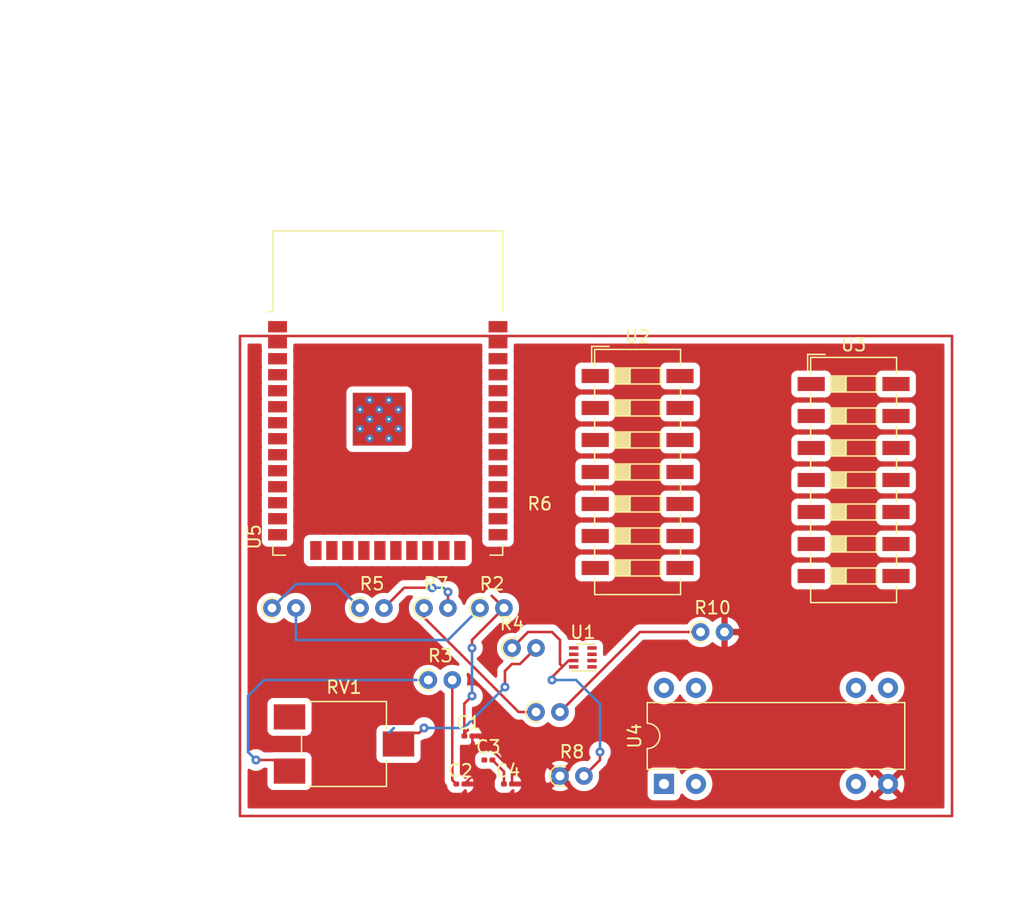
<source format=kicad_pcb>
(kicad_pcb (version 20221018) (generator pcbnew)
  (layers (0 "F.Cu" signal) (31 "B.Cu" signal) (34 "B.Paste" user) (35 "F.Paste" user) (36 "B.SilkS" user "B.Silkscreen") (37 "F.SilkS" user "F.Silkscreen") (38 "B.Mask" user) (39 "F.Mask" user) (44 "Edge.Cuts" user))
  (net 0 "")
  (net 1 "Net-(AE1-A)")
  (net 2 "GND")
  (net 3 "Net-(C2-Pad1)")
  (net 4 "Net-(C3-Pad1)")
  (net 5 "Net-(C3-Pad2)")
  (net 6 "Net-(R1-Pad1)")
  (net 7 "Net-(R1-Pad2)")
  (net 8 "Net-(R3-Pad1)")
  (net 9 "Net-(U1A-+)")
  (net 10 "Net-(U3-K=CD)")
  (net 11 "Net-(U1A--)")
  (net 12 "Net-(R6-Pad1)")
  (net 40 "+5V")
  (net 41 "Net-(U5-GND-Pad1)")
  (net 43 "Net-(U5-EN)")
  (net 44 "Net-(U5-IO0)")
  (net 45 "Net-(U5-SCK{slash}CLK)")
  (footprint "Capacitor_SMD:C_0201_0603Metric" (layer "F.Cu") (at 80.355 173.99)
    (fp_text reference "C2" (at 0 -1.05) (layer "F.SilkS"))
    (fp_text value "100pF")
    (pad "1" smd roundrect (at -0.32 0) (size 0.46 0.4) (layers "F.Cu" "F.Mask") (net 3 "Net-(C2-Pad1)"))
    (pad "2" smd roundrect (at 0.32 0) (size 0.46 0.4) (layers "F.Cu" "F.Mask") (net 2 "GND"))
  )
  (footprint "Resistor_THT:R_Axial_DIN0204_L3.6mm_D1.6mm_P1.90mm_Vertical" (layer "F.Cu") (at 86.36 168.275)
    (fp_text reference "R6" (at 0.295 -16.525) (layer "F.SilkS"))
    (fp_text value "6.8k")
    (pad "1" thru_hole circle (at 0 0) (size 1.4 1.4) (drill 0.7) (layers "*.Cu" "*.Mask") (net 12 "Net-(R6-Pad1)"))
    (pad "2" thru_hole oval (at 1.9 0) (size 1.4 1.4) (drill 0.7) (layers "*.Cu" "*.Mask") (net 5 "Net-(C3-Pad2)"))
  )
  (footprint "Potentiometer_SMD:Potentiometer_ACP_CA6-VSMD_Vertical" (layer "F.Cu") (at 71.12 170.815)
    (fp_text reference "RV1" (at 0 -4.5) (layer "F.SilkS"))
    (fp_text value "10k")
    (pad "1" smd rect (at -4.325 2.15) (size 2.5 2) (layers "F.Cu" "F.Paste" "F.Mask") (net 8 "Net-(R3-Pad1)"))
    (pad "2" smd rect (at 4.325 0) (size 2.5 2) (layers "F.Cu" "F.Paste" "F.Mask") (net 10 "Net-(U3-K=CD)"))
    (pad "3" smd rect (at -4.325 -2.15) (size 2.5 2) (layers "F.Cu" "F.Paste" "F.Mask") (net 10 "Net-(U3-K=CD)"))
  )
  (footprint "Capacitor_SMD:C_0201_0603Metric" (layer "F.Cu") (at 80.99 170.18)
    (fp_text reference "C1" (at 0 -1.05) (layer "F.SilkS"))
    (fp_text value "100pF")
    (pad "1" smd roundrect (at -0.32 0) (size 0.46 0.4) (layers "F.Cu" "F.Mask") (net 1 "Net-(AE1-A)"))
    (pad "2" smd roundrect (at 0.32 0) (size 0.46 0.4) (layers "F.Cu" "F.Mask") (net 2 "GND"))
  )
  (footprint "Resistor_THT:R_Axial_DIN0204_L3.6mm_D1.6mm_P1.90mm_Vertical" (layer "F.Cu") (at 88.265 173.355)
    (fp_text reference "R8" (at 0.95 -1.92) (layer "F.SilkS"))
    (fp_text value "10k")
    (pad "1" thru_hole circle (at 0 0) (size 1.4 1.4) (drill 0.7) (layers "*.Cu" "*.Mask") (net 2 "GND"))
    (pad "2" thru_hole oval (at 1.9 0) (size 1.4 1.4) (drill 0.7) (layers "*.Cu" "*.Mask") (net 9 "Net-(U1A-+)"))
  )
  (footprint "Package_DIP:DIP-8-16_W7.62mm" (layer "F.Cu") (at 96.52 173.985 90)
    (fp_text reference "U4" (at 3.81 -2.33 90) (layer "F.SilkS"))
    (fp_text value "Opamp_Dual")
    (pad "1" thru_hole rect (at 0 0 90) (size 1.6 1.6) (drill 0.8) (layers "*.Cu" "*.Mask"))
    (pad "2" thru_hole circle (at 0 2.54 90) (size 1.6 1.6) (drill 0.8) (layers "*.Cu" "*.Mask"))
    (pad "3" thru_hole circle (at 0 15.24 90) (size 1.6 1.6) (drill 0.8) (layers "*.Cu" "*.Mask"))
    (pad "4" thru_hole circle (at 0 17.78 90) (size 1.6 1.6) (drill 0.8) (layers "*.Cu" "*.Mask") (net 2 "GND"))
    (pad "5" thru_hole circle (at 7.62 17.78 90) (size 1.6 1.6) (drill 0.8) (layers "*.Cu" "*.Mask"))
    (pad "6" thru_hole circle (at 7.62 15.24 90) (size 1.6 1.6) (drill 0.8) (layers "*.Cu" "*.Mask"))
    (pad "7" thru_hole circle (at 7.62 2.54 90) (size 1.6 1.6) (drill 0.8) (layers "*.Cu" "*.Mask"))
    (pad "8" thru_hole circle (at 7.62 0 90) (size 1.6 1.6) (drill 0.8) (layers "*.Cu" "*.Mask") (net 40 "+5V"))
  )
  (footprint "Resistor_THT:R_Axial_DIN0204_L3.6mm_D1.6mm_P1.90mm_Vertical" (layer "F.Cu") (at 99.425 161.925)
    (fp_text reference "R10" (at 0.95 -1.92) (layer "F.SilkS"))
    (fp_text value "R_Trim")
    (pad "1" thru_hole circle (at 0 0) (size 1.4 1.4) (drill 0.7) (layers "*.Cu" "*.Mask") (net 5 "Net-(C3-Pad2)"))
    (pad "2" thru_hole oval (at 1.9 0) (size 1.4 1.4) (drill 0.7) (layers "*.Cu" "*.Mask") (net 2 "GND"))
  )
  (footprint "Button_Switch_SMD:SW_DIP_SPSTx07_Slide_6.7x19.34mm_W6.73mm_P2.54mm_LowProfile_JPin" (layer "F.Cu") (at 111.57 149.86)
    (fp_text reference "U3" (at 0 -10.73) (layer "F.SilkS"))
    (fp_text value "~")
    (pad "1" smd rect (at -3.365 -7.62) (size 2.16 1.12) (layers "F.Cu" "F.Paste" "F.Mask"))
    (pad "2" smd rect (at -3.365 -5.08) (size 2.16 1.12) (layers "F.Cu" "F.Paste" "F.Mask"))
    (pad "3" smd rect (at -3.365 -2.54) (size 2.16 1.12) (layers "F.Cu" "F.Paste" "F.Mask"))
    (pad "4" smd rect (at -3.365 0) (size 2.16 1.12) (layers "F.Cu" "F.Paste" "F.Mask") (net 10 "Net-(U3-K=CD)"))
    (pad "5" smd rect (at -3.365 2.54) (size 2.16 1.12) (layers "F.Cu" "F.Paste" "F.Mask"))
    (pad "6" smd rect (at -3.365 5.08) (size 2.16 1.12) (layers "F.Cu" "F.Paste" "F.Mask"))
    (pad "7" smd rect (at -3.365 7.62) (size 2.16 1.12) (layers "F.Cu" "F.Paste" "F.Mask"))
    (pad "8" smd rect (at 3.365 7.62) (size 2.16 1.12) (layers "F.Cu" "F.Paste" "F.Mask"))
    (pad "9" smd rect (at 3.365 5.08) (size 2.16 1.12) (layers "F.Cu" "F.Paste" "F.Mask"))
    (pad "10" smd rect (at 3.365 2.54) (size 2.16 1.12) (layers "F.Cu" "F.Paste" "F.Mask"))
    (pad "11" smd rect (at 3.365 0) (size 2.16 1.12) (layers "F.Cu" "F.Paste" "F.Mask"))
    (pad "12" smd rect (at 3.365 -2.54) (size 2.16 1.12) (layers "F.Cu" "F.Paste" "F.Mask"))
    (pad "13" smd rect (at 3.365 -5.08) (size 2.16 1.12) (layers "F.Cu" "F.Paste" "F.Mask"))
    (pad "14" smd rect (at 3.365 -7.62) (size 2.16 1.12) (layers "F.Cu" "F.Paste" "F.Mask"))
  )
  (footprint "Capacitor_SMD:C_0201_0603Metric" (layer "F.Cu") (at 84.135 173.99)
    (fp_text reference "C4" (at 0 -1.05) (layer "F.SilkS"))
    (fp_text value "C")
    (pad "1" smd roundrect (at -0.32 0) (size 0.46 0.4) (layers "F.Cu" "F.Mask") (net 5 "Net-(C3-Pad2)"))
    (pad "2" smd roundrect (at 0.32 0) (size 0.46 0.4) (layers "F.Cu" "F.Mask") (net 2 "GND"))
  )
  (footprint "Capacitor_SMD:C_0201_0603Metric" (layer "F.Cu") (at 82.575 172.085)
    (fp_text reference "C3" (at 0 -1.05) (layer "F.SilkS"))
    (fp_text value "4.7uF")
    (pad "1" smd roundrect (at -0.32 0) (size 0.46 0.4) (layers "F.Cu" "F.Mask") (net 4 "Net-(C3-Pad1)"))
    (pad "2" smd roundrect (at 0.32 0) (size 0.46 0.4) (layers "F.Cu" "F.Mask") (net 5 "Net-(C3-Pad2)"))
  )
  (footprint "Package_CSP:LFCSP-8_2x2mm_P0.5mm" (layer "F.Cu") (at 90.08 163.945)
    (fp_text reference "U1" (at 0 -2) (layer "F.SilkS"))
    (fp_text value "MCP602")
    (pad "1" smd rect (at -0.725 -0.75) (size 0.75 0.28) (layers "F.Cu" "F.Paste" "F.Mask") (net 12 "Net-(R6-Pad1)"))
    (pad "2" smd rect (at -0.725 -0.25) (size 0.75 0.28) (layers "F.Cu" "F.Paste" "F.Mask") (net 11 "Net-(U1A--)"))
    (pad "3" smd rect (at -0.725 0.25) (size 0.75 0.28) (layers "F.Cu" "F.Paste" "F.Mask") (net 9 "Net-(U1A-+)"))
    (pad "4" smd rect (at -0.725 0.75) (size 0.75 0.28) (layers "F.Cu" "F.Paste" "F.Mask"))
    (pad "5" smd rect (at 0.725 0.75) (size 0.75 0.28) (layers "F.Cu" "F.Paste" "F.Mask"))
    (pad "6" smd rect (at 0.725 0.25) (size 0.75 0.28) (layers "F.Cu" "F.Paste" "F.Mask"))
    (pad "7" smd rect (at 0.725 -0.25) (size 0.75 0.28) (layers "F.Cu" "F.Paste" "F.Mask"))
    (pad "8" smd rect (at 0.725 -0.75) (size 0.75 0.28) (layers "F.Cu" "F.Paste" "F.Mask"))
  )
  (footprint "RF_Module:ESP32-WROOM-32" (layer "F.Cu") (at 74.595 145.945)
    (fp_text reference "U5" (at -10.61 8.43 90) (layer "F.SilkS"))
    (fp_text value "ESP32-WROOM-32")
    (pad "1" smd rect (at -8.75 -8.25) (size 1.5 0.9) (layers "F.Cu" "F.Paste" "F.Mask") (net 41 "Net-(U5-GND-Pad1)"))
    (pad "2" smd rect (at -8.75 -6.98) (size 1.5 0.9) (layers "F.Cu" "F.Paste" "F.Mask"))
    (pad "3" smd rect (at -8.75 -5.71) (size 1.5 0.9) (layers "F.Cu" "F.Paste" "F.Mask") (net 43 "Net-(U5-EN)"))
    (pad "4" smd rect (at -8.75 -4.44) (size 1.5 0.9) (layers "F.Cu" "F.Paste" "F.Mask") (net 43 "Net-(U5-EN)"))
    (pad "5" smd rect (at -8.75 -3.17) (size 1.5 0.9) (layers "F.Cu" "F.Paste" "F.Mask") (net 43 "Net-(U5-EN)"))
    (pad "6" smd rect (at -8.75 -1.9) (size 1.5 0.9) (layers "F.Cu" "F.Paste" "F.Mask") (net 44 "Net-(U5-IO0)"))
    (pad "7" smd rect (at -8.75 -0.63) (size 1.5 0.9) (layers "F.Cu" "F.Paste" "F.Mask") (net 44 "Net-(U5-IO0)"))
    (pad "8" smd rect (at -8.75 0.64) (size 1.5 0.9) (layers "F.Cu" "F.Paste" "F.Mask") (net 44 "Net-(U5-IO0)"))
    (pad "9" smd rect (at -8.75 1.91) (size 1.5 0.9) (layers "F.Cu" "F.Paste" "F.Mask") (net 44 "Net-(U5-IO0)"))
    (pad "10" smd rect (at -8.75 3.18) (size 1.5 0.9) (layers "F.Cu" "F.Paste" "F.Mask") (net 44 "Net-(U5-IO0)"))
    (pad "11" smd rect (at -8.75 4.45) (size 1.5 0.9) (layers "F.Cu" "F.Paste" "F.Mask") (net 44 "Net-(U5-IO0)"))
    (pad "12" smd rect (at -8.75 5.72) (size 1.5 0.9) (layers "F.Cu" "F.Paste" "F.Mask") (net 44 "Net-(U5-IO0)"))
    (pad "13" smd rect (at -8.75 6.99) (size 1.5 0.9) (layers "F.Cu" "F.Paste" "F.Mask") (net 44 "Net-(U5-IO0)"))
    (pad "14" smd rect (at -8.75 8.26) (size 1.5 0.9) (layers "F.Cu" "F.Paste" "F.Mask") (net 44 "Net-(U5-IO0)"))
    (pad "15" smd rect (at -5.71 9.51 90) (size 1.5 0.9) (layers "F.Cu" "F.Paste" "F.Mask") (net 41 "Net-(U5-GND-Pad1)"))
    (pad "16" smd rect (at -4.44 9.51 90) (size 1.5 0.9) (layers "F.Cu" "F.Paste" "F.Mask") (net 44 "Net-(U5-IO0)"))
    (pad "17" smd rect (at -3.17 9.51 90) (size 1.5 0.9) (layers "F.Cu" "F.Paste" "F.Mask") (net 45 "Net-(U5-SCK{slash}CLK)"))
    (pad "18" smd rect (at -1.9 9.51 90) (size 1.5 0.9) (layers "F.Cu" "F.Paste" "F.Mask") (net 45 "Net-(U5-SCK{slash}CLK)"))
    (pad "19" smd rect (at -0.63 9.51 90) (size 1.5 0.9) (layers "F.Cu" "F.Paste" "F.Mask") (net 45 "Net-(U5-SCK{slash}CLK)"))
    (pad "20" smd rect (at 0.64 9.51 90) (size 1.5 0.9) (layers "F.Cu" "F.Paste" "F.Mask") (net 45 "Net-(U5-SCK{slash}CLK)"))
    (pad "21" smd rect (at 1.91 9.51 90) (size 1.5 0.9) (layers "F.Cu" "F.Paste" "F.Mask") (net 45 "Net-(U5-SCK{slash}CLK)"))
    (pad "22" smd rect (at 3.18 9.51 90) (size 1.5 0.9) (layers "F.Cu" "F.Paste" "F.Mask") (net 45 "Net-(U5-SCK{slash}CLK)"))
    (pad "23" smd rect (at 4.45 9.51 90) (size 1.5 0.9) (layers "F.Cu" "F.Paste" "F.Mask") (net 44 "Net-(U5-IO0)"))
    (pad "24" smd rect (at 5.72 9.51 90) (size 1.5 0.9) (layers "F.Cu" "F.Paste" "F.Mask") (net 44 "Net-(U5-IO0)"))
    (pad "25" smd rect (at 8.75 8.26) (size 1.5 0.9) (layers "F.Cu" "F.Paste" "F.Mask") (net 44 "Net-(U5-IO0)"))
    (pad "26" smd rect (at 8.75 6.99) (size 1.5 0.9) (layers "F.Cu" "F.Paste" "F.Mask") (net 44 "Net-(U5-IO0)"))
    (pad "27" smd rect (at 8.75 5.72) (size 1.5 0.9) (layers "F.Cu" "F.Paste" "F.Mask") (net 44 "Net-(U5-IO0)"))
    (pad "28" smd rect (at 8.75 4.45) (size 1.5 0.9) (layers "F.Cu" "F.Paste" "F.Mask") (net 44 "Net-(U5-IO0)"))
    (pad "29" smd rect (at 8.75 3.18) (size 1.5 0.9) (layers "F.Cu" "F.Paste" "F.Mask") (net 44 "Net-(U5-IO0)"))
    (pad "30" smd rect (at 8.75 1.91) (size 1.5 0.9) (layers "F.Cu" "F.Paste" "F.Mask") (net 44 "Net-(U5-IO0)"))
    (pad "31" smd rect (at 8.75 0.64) (size 1.5 0.9) (layers "F.Cu" "F.Paste" "F.Mask") (net 44 "Net-(U5-IO0)"))
    (pad "32" smd rect (at 8.75 -0.63) (size 1.5 0.9) (layers "F.Cu" "F.Paste" "F.Mask"))
    (pad "33" smd rect (at 8.75 -1.9) (size 1.5 0.9) (layers "F.Cu" "F.Paste" "F.Mask") (net 44 "Net-(U5-IO0)"))
    (pad "34" smd rect (at 8.75 -3.17) (size 1.5 0.9) (layers "F.Cu" "F.Paste" "F.Mask") (net 44 "Net-(U5-IO0)"))
    (pad "35" smd rect (at 8.75 -4.44) (size 1.5 0.9) (layers "F.Cu" "F.Paste" "F.Mask") (net 44 "Net-(U5-IO0)"))
    (pad "36" smd rect (at 8.75 -5.71) (size 1.5 0.9) (layers "F.Cu" "F.Paste" "F.Mask") (net 44 "Net-(U5-IO0)"))
    (pad "37" smd rect (at 8.75 -6.98) (size 1.5 0.9) (layers "F.Cu" "F.Paste" "F.Mask") (net 44 "Net-(U5-IO0)"))
    (pad "38" smd rect (at 8.75 -8.25) (size 1.5 0.9) (layers "F.Cu" "F.Paste" "F.Mask") (net 41 "Net-(U5-GND-Pad1)"))
    (pad "39" smd rect (at -2.205 -2.435) (size 1.05 1.05) (layers "F.Cu" "F.Paste") (net 41 "Net-(U5-GND-Pad1)"))
    (pad "39" thru_hole circle (at -2.205 -1.6725) (size 0.6 0.6) (drill 0.2) (property pad_prop_heatsink) (layers "*.Cu" "F.Mask") (net 41 "Net-(U5-GND-Pad1)"))
    (pad "39" smd rect (at -2.205 -0.91) (size 1.05 1.05) (layers "F.Cu" "F.Paste") (net 41 "Net-(U5-GND-Pad1)"))
    (pad "39" thru_hole circle (at -2.205 -0.1475) (size 0.6 0.6) (drill 0.2) (property pad_prop_heatsink) (layers "*.Cu" "F.Mask") (net 41 "Net-(U5-GND-Pad1)"))
    (pad "39" smd rect (at -2.205 0.615) (size 1.05 1.05) (layers "F.Cu" "F.Paste") (net 41 "Net-(U5-GND-Pad1)"))
    (pad "39" thru_hole circle (at -1.4425 -2.435) (size 0.6 0.6) (drill 0.2) (property pad_prop_heatsink) (layers "*.Cu" "F.Mask") (net 41 "Net-(U5-GND-Pad1)"))
    (pad "39" thru_hole circle (at -1.4425 -0.91) (size 0.6 0.6) (drill 0.2) (property pad_prop_heatsink) (layers "*.Cu" "F.Mask") (net 41 "Net-(U5-GND-Pad1)"))
    (pad "39" thru_hole circle (at -1.4425 0.615) (size 0.6 0.6) (drill 0.2) (property pad_prop_heatsink) (layers "*.Cu" "F.Mask") (net 41 "Net-(U5-GND-Pad1)"))
    (pad "39" smd rect (at -0.68 -2.435) (size 1.05 1.05) (layers "F.Cu" "F.Paste") (net 41 "Net-(U5-GND-Pad1)"))
    (pad "39" thru_hole circle (at -0.68 -1.6725) (size 0.6 0.6) (drill 0.2) (property pad_prop_heatsink) (layers "*.Cu" "F.Mask") (net 41 "Net-(U5-GND-Pad1)"))
    (pad "39" smd rect (at -0.68 -0.91) (size 1.05 1.05) (layers "F.Cu" "F.Paste") (net 41 "Net-(U5-GND-Pad1)"))
    (pad "39" smd rect (at -0.68 -0.91) (size 4.2 4.2) (layers "F.Cu" "F.Mask") (net 41 "Net-(U5-GND-Pad1)"))
    (pad "39" thru_hole circle (at -0.68 -0.1475) (size 0.6 0.6) (drill 0.2) (property pad_prop_heatsink) (layers "*.Cu" "F.Mask") (net 41 "Net-(U5-GND-Pad1)"))
    (pad "39" smd rect (at -0.68 0.615) (size 1.05 1.05) (layers "F.Cu" "F.Paste") (net 41 "Net-(U5-GND-Pad1)"))
    (pad "39" thru_hole circle (at 0.0825 -2.435) (size 0.6 0.6) (drill 0.2) (property pad_prop_heatsink) (layers "*.Cu" "F.Mask") (net 41 "Net-(U5-GND-Pad1)"))
    (pad "39" thru_hole circle (at 0.0825 -0.91) (size 0.6 0.6) (drill 0.2) (property pad_prop_heatsink) (layers "*.Cu" "F.Mask") (net 41 "Net-(U5-GND-Pad1)"))
    (pad "39" thru_hole circle (at 0.0825 0.615) (size 0.6 0.6) (drill 0.2) (property pad_prop_heatsink) (layers "*.Cu" "F.Mask") (net 41 "Net-(U5-GND-Pad1)"))
    (pad "39" smd rect (at 0.845 -2.435) (size 1.05 1.05) (layers "F.Cu" "F.Paste") (net 41 "Net-(U5-GND-Pad1)"))
    (pad "39" thru_hole circle (at 0.845 -1.6725) (size 0.6 0.6) (drill 0.2) (property pad_prop_heatsink) (layers "*.Cu" "F.Mask") (net 41 "Net-(U5-GND-Pad1)"))
    (pad "39" smd rect (at 0.845 -0.91) (size 1.05 1.05) (layers "F.Cu" "F.Paste") (net 41 "Net-(U5-GND-Pad1)"))
    (pad "39" thru_hole circle (at 0.845 -0.1475) (size 0.6 0.6) (drill 0.2) (property pad_prop_heatsink) (layers "*.Cu" "F.Mask") (net 41 "Net-(U5-GND-Pad1)"))
    (pad "39" smd rect (at 0.845 0.615) (size 1.05 1.05) (layers "F.Cu" "F.Paste") (net 41 "Net-(U5-GND-Pad1)"))
    (zone (net 0) (net_name "") (layers "F.Cu" "In1.Cu" "B.Cu") (connect_pads (clearance 0)) (min_thickness 0.254)
      (keepout (tracks not_allowed) (vias not_allowed) (pads not_allowed) (copperpour not_allowed) (footprints not_allowed))
      (fill (thermal_gap 0.508) (thermal_bridge_width 0.508))
      (polygon (pts (xy 50.595 136.145) (xy 98.595 136.145) (xy 98.595 115.205) (xy 50.595 115.205)))
    )
  )
  (footprint "Resistor_THT:R_Axial_DIN0204_L3.6mm_D1.6mm_P1.90mm_Vertical" (layer "F.Cu") (at 84.46 163.195)
    (fp_text reference "R4" (at 0 -1.92) (layer "F.SilkS"))
    (fp_text value "10k")
    (pad "1" thru_hole circle (at 0 0) (size 1.4 1.4) (drill 0.7) (layers "*.Cu" "*.Mask") (net 9 "Net-(U1A-+)"))
    (pad "2" thru_hole oval (at 1.9 0) (size 1.4 1.4) (drill 0.7) (layers "*.Cu" "*.Mask") (net 10 "Net-(U3-K=CD)"))
  )
  (footprint "Button_Switch_SMD:SW_DIP_SPSTx07_Slide_6.7x19.34mm_W6.73mm_P2.54mm_LowProfile_JPin" (layer "F.Cu") (at 94.425 149.225)
    (fp_text reference "U2" (at 0 -10.73) (layer "F.SilkS"))
    (fp_text value "~")
    (pad "1" smd rect (at -3.365 -7.62) (size 2.16 1.12) (layers "F.Cu" "F.Paste" "F.Mask"))
    (pad "2" smd rect (at -3.365 -5.08) (size 2.16 1.12) (layers "F.Cu" "F.Paste" "F.Mask"))
    (pad "3" smd rect (at -3.365 -2.54) (size 2.16 1.12) (layers "F.Cu" "F.Paste" "F.Mask"))
    (pad "4" smd rect (at -3.365 0) (size 2.16 1.12) (layers "F.Cu" "F.Paste" "F.Mask"))
    (pad "5" smd rect (at -3.365 2.54) (size 2.16 1.12) (layers "F.Cu" "F.Paste" "F.Mask"))
    (pad "6" smd rect (at -3.365 5.08) (size 2.16 1.12) (layers "F.Cu" "F.Paste" "F.Mask"))
    (pad "7" smd rect (at -3.365 7.62) (size 2.16 1.12) (layers "F.Cu" "F.Paste" "F.Mask"))
    (pad "8" smd rect (at 3.365 7.62) (size 2.16 1.12) (layers "F.Cu" "F.Paste" "F.Mask"))
    (pad "9" smd rect (at 3.365 5.08) (size 2.16 1.12) (layers "F.Cu" "F.Paste" "F.Mask"))
    (pad "10" smd rect (at 3.365 2.54) (size 2.16 1.12) (layers "F.Cu" "F.Paste" "F.Mask"))
    (pad "11" smd rect (at 3.365 0) (size 2.16 1.12) (layers "F.Cu" "F.Paste" "F.Mask"))
    (pad "12" smd rect (at 3.365 -2.54) (size 2.16 1.12) (layers "F.Cu" "F.Paste" "F.Mask"))
    (pad "13" smd rect (at 3.365 -5.08) (size 2.16 1.12) (layers "F.Cu" "F.Paste" "F.Mask"))
    (pad "14" smd rect (at 3.365 -7.62) (size 2.16 1.12) (layers "F.Cu" "F.Paste" "F.Mask"))
  )
  (footprint "Resistor_THT:R_Axial_DIN0204_L3.6mm_D1.6mm_P1.90mm_Vertical" (layer "F.Cu") (at 81.915 160.02)
    (fp_text reference "R2" (at 0.95 -1.92) (layer "F.SilkS"))
    (fp_text value "5.1k")
    (pad "1" thru_hole circle (at 0 0) (size 1.4 1.4) (drill 0.7) (layers "*.Cu" "*.Mask") (net 7 "Net-(R1-Pad2)"))
    (pad "2" thru_hole oval (at 1.9 0) (size 1.4 1.4) (drill 0.7) (layers "*.Cu" "*.Mask") (net 1 "Net-(AE1-A)"))
  )
  (footprint "Resistor_THT:R_Axial_DIN0204_L3.6mm_D1.6mm_P1.90mm_Vertical" (layer "F.Cu") (at 72.39 160.02)
    (fp_text reference "R5" (at 0.95 -1.92) (layer "F.SilkS"))
    (fp_text value "10k")
    (pad "1" thru_hole circle (at 0 0) (size 1.4 1.4) (drill 0.7) (layers "*.Cu" "*.Mask") (net 6 "Net-(R1-Pad1)"))
    (pad "2" thru_hole oval (at 1.9 0) (size 1.4 1.4) (drill 0.7) (layers "*.Cu" "*.Mask") (net 11 "Net-(U1A--)"))
  )
  (footprint "Resistor_THT:R_Axial_DIN0204_L3.6mm_D1.6mm_P1.90mm_Vertical" (layer "F.Cu") (at 77.47 160.02)
    (fp_text reference "R7" (at 0.95 -1.92) (layer "F.SilkS"))
    (fp_text value "10k")
    (pad "1" thru_hole circle (at 0 0) (size 1.4 1.4) (drill 0.7) (layers "*.Cu" "*.Mask") (net 12 "Net-(R6-Pad1)"))
    (pad "2" thru_hole oval (at 1.9 0) (size 1.4 1.4) (drill 0.7) (layers "*.Cu" "*.Mask") (net 11 "Net-(U1A--)"))
  )
  (footprint "Resistor_THT:R_Axial_DIN0204_L3.6mm_D1.6mm_P1.90mm_Vertical" (layer "F.Cu") (at 65.405 160.02)
    (fp_text reference "R1" hide)
    (fp_text value "10k")
    (pad "1" thru_hole circle (at 0 0) (size 1.4 1.4) (drill 0.7) (layers "*.Cu" "*.Mask") (net 6 "Net-(R1-Pad1)"))
    (pad "2" thru_hole oval (at 1.9 0) (size 1.4 1.4) (drill 0.7) (layers "*.Cu" "*.Mask") (net 7 "Net-(R1-Pad2)"))
  )
  (footprint "Resistor_THT:R_Axial_DIN0204_L3.6mm_D1.6mm_P1.90mm_Vertical" (layer "F.Cu") (at 77.815 165.735)
    (fp_text reference "R3" (at 0.95 -1.92) (layer "F.SilkS"))
    (fp_text value "10k")
    (pad "1" thru_hole circle (at 0 0) (size 1.4 1.4) (drill 0.7) (layers "*.Cu" "*.Mask") (net 8 "Net-(R3-Pad1)"))
    (pad "2" thru_hole oval (at 1.9 0) (size 1.4 1.4) (drill 0.7) (layers "*.Cu" "*.Mask") (net 3 "Net-(C2-Pad1)"))
  )
  (gr_line (start 119.38 138.43) (end 62.865 138.43) (stroke (width 0.2)) (layer "F.Cu"))
  (gr_line (start 119.38 138.43) (end 119.38 176.53) (stroke (width 0.2)) (layer "F.Cu"))
  (gr_line (start 119.38 176.53) (end 62.865 176.53) (stroke (width 0.2)) (layer "F.Cu"))
  (gr_line (start 62.865 176.53) (end 62.865 138.43) (stroke (width 0.2)) (layer "F.Cu"))
  (segment (start 81.28 162.555) (end 81.28 163.195) (width 0.2032) (layer "F.Cu") (net 1))
  (segment (start 80.67 170.18) (end 80.67 169.98) (width 0.2032) (layer "F.Cu") (net 1))
  (segment (start 81.28 167.005) (end 80.67 167.615) (width 0.2032) (layer "F.Cu") (net 1))
  (segment (start 80.67 169.98) (end 80.953954 169.696046) (width 0.2032) (layer "F.Cu") (net 1))
  (segment (start 83.815 160.02) (end 81.28 162.555) (width 0.2032) (layer "F.Cu") (net 1))
  (segment (start 80.67 167.615) (end 80.67 170.18) (width 0.2032) (layer "F.Cu") (net 1))
  (segment (start 82.840704 159.045704) (end 83.815 160.02) (width 0.2032) (layer "F.Cu") (net 1))
  (via (at 81.28 163.195) (size 0.7112) (drill 0.3048) (layers "F.Cu" "B.Cu") (net 1))
  (via (at 81.28 167.005) (size 0.7112) (drill 0.3048) (layers "F.Cu" "B.Cu") (net 1))
  (segment (start 81.28 163.195) (end 81.28 167.005) (width 0.2032) (layer "B.Cu") (net 1))
  (segment (start 87.63 173.99) (end 88.265 173.355) (width 0.2032) (layer "F.Cu") (net 2))
  (segment (start 102.24 161.925) (end 114.3 173.985) (width 0.2032) (layer "F.Cu") (net 2))
  (segment (start 81.756554 170.18) (end 84.455 172.878446) (width 0.2032) (layer "F.Cu") (net 2))
  (segment (start 81.31 170.18) (end 81.756554 170.18) (width 0.2032) (layer "F.Cu") (net 2))
  (segment (start 81.31 173.355) (end 81.31 170.18) (width 0.2032) (layer "F.Cu") (net 2))
  (segment (start 84.455 173.99) (end 87.63 173.99) (width 0.2032) (layer "F.Cu") (net 2))
  (segment (start 84.455 172.878446) (end 84.455 173.99) (width 0.2032) (layer "F.Cu") (net 2))
  (segment (start 80.675 173.99) (end 81.31 173.355) (width 0.2032) (layer "F.Cu") (net 2))
  (segment (start 101.325 161.925) (end 102.24 161.925) (width 0.2032) (layer "F.Cu") (net 2))
  (segment (start 79.715 173.67) (end 80.035 173.99) (width 0.2032) (layer "F.Cu") (net 3))
  (segment (start 79.715 165.735) (end 79.715 173.67) (width 0.2032) (layer "F.Cu") (net 3))
  (segment (start 94.61 161.925) (end 88.26 168.275) (width 0.2032) (layer "F.Cu") (net 5))
  (segment (start 83.815 173.99) (end 83.815 173.005) (width 0.2032) (layer "F.Cu") (net 5))
  (segment (start 83.815 173.005) (end 82.895 172.085) (width 0.2032) (layer "F.Cu") (net 5))
  (segment (start 99.425 161.925) (end 94.61 161.925) (width 0.2032) (layer "F.Cu") (net 5))
  (segment (start 65.405 160.02) (end 67.31 158.115) (width 0.2032) (layer "B.Cu") (net 6))
  (segment (start 70.485 158.115) (end 72.39 160.02) (width 0.2032) (layer "B.Cu") (net 6))
  (segment (start 67.31 158.115) (end 70.485 158.115) (width 0.2032) (layer "B.Cu") (net 6))
  (segment (start 67.305 162.555) (end 67.31 162.56) (width 0.2032) (layer "B.Cu") (net 7))
  (segment (start 79.375 162.56) (end 67.31 162.56) (width 0.2032) (layer "B.Cu") (net 7))
  (segment (start 81.915 160.02) (end 79.375 162.56) (width 0.2032) (layer "B.Cu") (net 7))
  (segment (start 67.305 160.02) (end 67.305 162.555) (width 0.2032) (layer "B.Cu") (net 7))
  (segment (start 64.135 172.085) (end 66.04 172.085) (width 0.2032) (layer "F.Cu") (net 8))
  (via (at 64.135 172.085) (size 0.7112) (drill 0.3048) (layers "F.Cu" "B.Cu") (net 8))
  (segment (start 64.77 165.735) (end 63.5 167.005) (width 0.2032) (layer "B.Cu") (net 8))
  (segment (start 63.5 171.45) (end 64.135 172.085) (width 0.2032) (layer "B.Cu") (net 8))
  (segment (start 63.5 167.005) (end 63.5 171.45) (width 0.2032) (layer "B.Cu") (net 8))
  (segment (start 77.815 165.735) (end 64.77 165.735) (width 0.2032) (layer "B.Cu") (net 8))
  (segment (start 85.7275 161.9275) (end 85.73 161.925) (width 0.2032) (layer "F.Cu") (net 9))
  (segment (start 91.44 172.08) (end 90.165 173.355) (width 0.2032) (layer "F.Cu") (net 9))
  (segment (start 87.63 165.509868) (end 87.63 165.735) (width 0.2032) (layer "F.Cu") (net 9))
  (segment (start 87.6275 161.9275) (end 87.63 161.925) (width 0.2032) (layer "F.Cu") (net 9))
  (segment (start 91.44 171.45) (end 91.44 172.08) (width 0.2032) (layer "F.Cu") (net 9))
  (segment (start 88.469934 164.669934) (end 87.63 165.509868) (width 0.2032) (layer "F.Cu") (net 9))
  (segment (start 88.265 162.56) (end 88.265 164.465) (width 0.2032) (layer "F.Cu") (net 9))
  (segment (start 85.7275 161.9275) (end 87.6275 161.9275) (width 0.2032) (layer "F.Cu") (net 9))
  (segment (start 88.265 164.465) (end 88.469934 164.669934) (width 0.2032) (layer "F.Cu") (net 9))
  (segment (start 87.63 161.925) (end 88.265 162.56) (width 0.2032) (layer "F.Cu") (net 9))
  (segment (start 88.944868 164.195) (end 88.469934 164.669934) (width 0.2032) (layer "F.Cu") (net 9))
  (segment (start 88.944868 164.195) (end 89.355 164.195) (width 0.2032) (layer "F.Cu") (net 9))
  (segment (start 84.46 163.195) (end 85.7275 161.9275) (width 0.2032) (layer "F.Cu") (net 9))
  (via (at 87.63 165.735) (size 0.7112) (drill 0.3048) (layers "F.Cu" "B.Cu") (net 9))
  (via (at 91.44 171.45) (size 0.7112) (drill 0.3048) (layers "F.Cu" "B.Cu") (net 9))
  (segment (start 91.44 167.64) (end 91.44 171.45) (width 0.2032) (layer "B.Cu") (net 9))
  (segment (start 89.535 165.735) (end 91.44 167.64) (width 0.2032) (layer "B.Cu") (net 9))
  (segment (start 87.63 165.735) (end 89.535 165.735) (width 0.2032) (layer "B.Cu") (net 9))
  (segment (start 74.69 169.935) (end 77.08 169.935) (width 0.2032) (layer "F.Cu") (net 10))
  (segment (start 85.09 164.465) (end 84.45 164.465) (width 0.2032) (layer "F.Cu") (net 10))
  (segment (start 86.36 163.195) (end 85.09 164.465) (width 0.2032) (layer "F.Cu") (net 10))
  (segment (start 83.894522 165.020478) (end 83.894522 166.295478) (width 0.2032) (layer "F.Cu") (net 10))
  (segment (start 77.08 169.935) (end 77.47 169.545) (width 0.2032) (layer "F.Cu") (net 10))
  (segment (start 84.45 164.465) (end 83.894522 165.020478) (width 0.2032) (layer "F.Cu") (net 10))
  (via (at 77.47 169.545) (size 0.7112) (drill 0.3048) (layers "F.Cu" "B.Cu") (net 10))
  (via (at 83.894522 166.295478) (size 0.7112) (drill 0.3048) (layers "F.Cu" "B.Cu") (net 10))
  (segment (start 80.645 169.545) (end 77.47 169.545) (width 0.2032) (layer "B.Cu") (net 10))
  (segment (start 83.894522 166.295478) (end 80.645 169.545) (width 0.2032) (layer "B.Cu") (net 10))
  (segment (start 75.08 169.545) (end 74.69 169.935) (width 0.2032) (layer "B.Cu") (net 10))
  (segment (start 79.375 160.015) (end 79.37 160.02) (width 0.2032) (layer "F.Cu") (net 11))
  (segment (start 79.375 158.75) (end 79.375 160.015) (width 0.2032) (layer "F.Cu") (net 11))
  (segment (start 75.898796 158.411204) (end 78.105 158.411204) (width 0.2032) (layer "F.Cu") (net 11))
  (segment (start 74.29 160.02) (end 75.898796 158.411204) (width 0.2032) (layer "F.Cu") (net 11))
  (via (at 78.105 158.411204) (size 0.7112) (drill 0.3048) (layers "F.Cu" "B.Cu") (net 11))
  (via (at 79.375 158.75) (size 0.7112) (drill 0.3048) (layers "F.Cu" "B.Cu") (net 11))
  (segment (start 79.036204 158.411204) (end 79.375 158.75) (width 0.2032) (layer "B.Cu") (net 11))
  (segment (start 78.105 158.411204) (end 79.036204 158.411204) (width 0.2032) (layer "B.Cu") (net 11))
  (segment (start 84.976724 168.275) (end 77.47 160.768276) (width 0.2032) (layer "F.Cu") (net 12))
  (segment (start 77.47 160.768276) (end 77.47 160.02) (width 0.2032) (layer "F.Cu") (net 12))
  (segment (start 86.36 168.275) (end 84.976724 168.275) (width 0.2032) (layer "F.Cu") (net 12))
  (zone (net 2) (net_name "GND") (layer "F.Cu") (connect_pads (clearance 0.5)) (min_thickness 0.25) (fill yes (thermal_gap 0.5) (thermal_bridge_width 0.5))
    (polygon (pts (xy 124.46 132.715) (xy 103.505 111.76) (xy 46.355 111.76) (xy 43.815 114.3) (xy 43.815 172.085) (xy 56.515 184.785) (xy 119.38 184.785) (xy 125.095 179.07) (xy 125.095 132.715) (xy 124.46 132.08)))
  )
)
</source>
